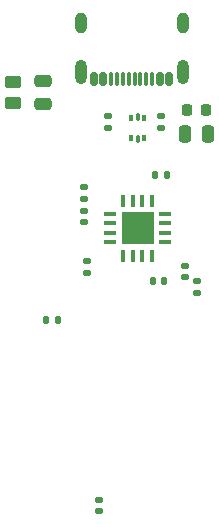
<source format=gbp>
G04 #@! TF.GenerationSoftware,KiCad,Pcbnew,9.0.4*
G04 #@! TF.CreationDate,2025-09-08T01:23:02+09:00*
G04 #@! TF.ProjectId,561SmartCard-USB,35363153-6d61-4727-9443-6172642d5553,rev?*
G04 #@! TF.SameCoordinates,Original*
G04 #@! TF.FileFunction,Paste,Bot*
G04 #@! TF.FilePolarity,Positive*
%FSLAX46Y46*%
G04 Gerber Fmt 4.6, Leading zero omitted, Abs format (unit mm)*
G04 Created by KiCad (PCBNEW 9.0.4) date 2025-09-08 01:23:02*
%MOMM*%
%LPD*%
G01*
G04 APERTURE LIST*
G04 Aperture macros list*
%AMRoundRect*
0 Rectangle with rounded corners*
0 $1 Rounding radius*
0 $2 $3 $4 $5 $6 $7 $8 $9 X,Y pos of 4 corners*
0 Add a 4 corners polygon primitive as box body*
4,1,4,$2,$3,$4,$5,$6,$7,$8,$9,$2,$3,0*
0 Add four circle primitives for the rounded corners*
1,1,$1+$1,$2,$3*
1,1,$1+$1,$4,$5*
1,1,$1+$1,$6,$7*
1,1,$1+$1,$8,$9*
0 Add four rect primitives between the rounded corners*
20,1,$1+$1,$2,$3,$4,$5,0*
20,1,$1+$1,$4,$5,$6,$7,0*
20,1,$1+$1,$6,$7,$8,$9,0*
20,1,$1+$1,$8,$9,$2,$3,0*%
G04 Aperture macros list end*
%ADD10RoundRect,0.250000X0.450000X-0.262500X0.450000X0.262500X-0.450000X0.262500X-0.450000X-0.262500X0*%
%ADD11RoundRect,0.135000X-0.185000X0.135000X-0.185000X-0.135000X0.185000X-0.135000X0.185000X0.135000X0*%
%ADD12RoundRect,0.140000X-0.140000X-0.170000X0.140000X-0.170000X0.140000X0.170000X-0.140000X0.170000X0*%
%ADD13RoundRect,0.140000X0.140000X0.170000X-0.140000X0.170000X-0.140000X-0.170000X0.140000X-0.170000X0*%
%ADD14RoundRect,0.135000X0.185000X-0.135000X0.185000X0.135000X-0.185000X0.135000X-0.185000X-0.135000X0*%
%ADD15RoundRect,0.093750X-0.093750X0.156250X-0.093750X-0.156250X0.093750X-0.156250X0.093750X0.156250X0*%
%ADD16RoundRect,0.075000X-0.075000X0.250000X-0.075000X-0.250000X0.075000X-0.250000X0.075000X0.250000X0*%
%ADD17RoundRect,0.140000X-0.170000X0.140000X-0.170000X-0.140000X0.170000X-0.140000X0.170000X0.140000X0*%
%ADD18RoundRect,0.250000X0.475000X-0.250000X0.475000X0.250000X-0.475000X0.250000X-0.475000X-0.250000X0*%
%ADD19RoundRect,0.140000X0.170000X-0.140000X0.170000X0.140000X-0.170000X0.140000X-0.170000X-0.140000X0*%
%ADD20RoundRect,0.218750X-0.218750X-0.256250X0.218750X-0.256250X0.218750X0.256250X-0.218750X0.256250X0*%
%ADD21RoundRect,0.150000X-0.150000X-0.425000X0.150000X-0.425000X0.150000X0.425000X-0.150000X0.425000X0*%
%ADD22RoundRect,0.075000X-0.075000X-0.500000X0.075000X-0.500000X0.075000X0.500000X-0.075000X0.500000X0*%
%ADD23O,1.000000X1.800000*%
%ADD24O,1.000000X2.100000*%
%ADD25RoundRect,0.087500X0.087500X-0.437500X0.087500X0.437500X-0.087500X0.437500X-0.087500X-0.437500X0*%
%ADD26RoundRect,0.087500X0.437500X-0.087500X0.437500X0.087500X-0.437500X0.087500X-0.437500X-0.087500X0*%
%ADD27R,2.700000X2.700000*%
%ADD28RoundRect,0.250000X-0.250000X-0.475000X0.250000X-0.475000X0.250000X0.475000X-0.250000X0.475000X0*%
G04 APERTURE END LIST*
D10*
X90000000Y-79412500D03*
X90000000Y-77587500D03*
D11*
X96000000Y-86490000D03*
X96000000Y-87510000D03*
D12*
X92770000Y-97750000D03*
X93730000Y-97750000D03*
D11*
X105500000Y-94490000D03*
X105500000Y-95510000D03*
D13*
X102730000Y-94500000D03*
X101770000Y-94500000D03*
D14*
X102500000Y-81510000D03*
X102500000Y-80490000D03*
D15*
X99962500Y-80650000D03*
D16*
X100500000Y-80575000D03*
D15*
X101037500Y-80650000D03*
X101037500Y-82350000D03*
D16*
X100500000Y-82425000D03*
D15*
X99962500Y-82350000D03*
D17*
X97250000Y-113000000D03*
X97250000Y-113960000D03*
D14*
X98000000Y-81510000D03*
X98000000Y-80490000D03*
D18*
X92500000Y-79450000D03*
X92500000Y-77550000D03*
D19*
X104500000Y-94155000D03*
X104500000Y-93195000D03*
D13*
X102980000Y-85500000D03*
X102020000Y-85500000D03*
D20*
X104712500Y-80000000D03*
X106287500Y-80000000D03*
D21*
X96800000Y-77380000D03*
X97600000Y-77380000D03*
D22*
X98750000Y-77380000D03*
X99750000Y-77380000D03*
X100250000Y-77380000D03*
X101250000Y-77380000D03*
D21*
X102400000Y-77380000D03*
X103200000Y-77380000D03*
X103200000Y-77380000D03*
X102400000Y-77380000D03*
D22*
X101750000Y-77380000D03*
X100750000Y-77380000D03*
X99250000Y-77380000D03*
X98250000Y-77380000D03*
D21*
X97600000Y-77380000D03*
X96800000Y-77380000D03*
D23*
X95680000Y-72625000D03*
D24*
X95680000Y-76805000D03*
D23*
X104320000Y-72625000D03*
D24*
X104320000Y-76805000D03*
D25*
X101700000Y-92325000D03*
X100900000Y-92325000D03*
X100100000Y-92325000D03*
X99300000Y-92325000D03*
D26*
X98175000Y-91200000D03*
X98175000Y-90400000D03*
X98175000Y-89600000D03*
X98175000Y-88800000D03*
D25*
X99300000Y-87675000D03*
X100100000Y-87675000D03*
X100900000Y-87675000D03*
X101700000Y-87675000D03*
D26*
X102825000Y-88800000D03*
X102825000Y-89600000D03*
X102825000Y-90400000D03*
X102825000Y-91200000D03*
D27*
X100500000Y-90000000D03*
D14*
X96250000Y-93760000D03*
X96250000Y-92740000D03*
D28*
X104550000Y-82000000D03*
X106450000Y-82000000D03*
D17*
X96000000Y-88520000D03*
X96000000Y-89480000D03*
M02*

</source>
